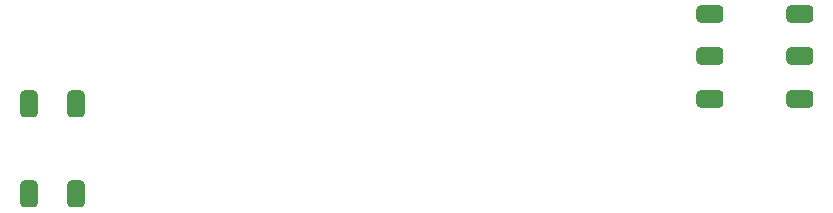
<source format=gbr>
%TF.GenerationSoftware,KiCad,Pcbnew,7.0.1-0*%
%TF.CreationDate,2023-12-26T23:08:58-03:00*%
%TF.ProjectId,rpizerow_kit_desarrollo,7270697a-6572-46f7-975f-6b69745f6465,2*%
%TF.SameCoordinates,Original*%
%TF.FileFunction,Paste,Bot*%
%TF.FilePolarity,Positive*%
%FSLAX46Y46*%
G04 Gerber Fmt 4.6, Leading zero omitted, Abs format (unit mm)*
G04 Created by KiCad (PCBNEW 7.0.1-0) date 2023-12-26 23:08:58*
%MOMM*%
%LPD*%
G01*
G04 APERTURE LIST*
G04 Aperture macros list*
%AMRoundRect*
0 Rectangle with rounded corners*
0 $1 Rounding radius*
0 $2 $3 $4 $5 $6 $7 $8 $9 X,Y pos of 4 corners*
0 Add a 4 corners polygon primitive as box body*
4,1,4,$2,$3,$4,$5,$6,$7,$8,$9,$2,$3,0*
0 Add four circle primitives for the rounded corners*
1,1,$1+$1,$2,$3*
1,1,$1+$1,$4,$5*
1,1,$1+$1,$6,$7*
1,1,$1+$1,$8,$9*
0 Add four rect primitives between the rounded corners*
20,1,$1+$1,$2,$3,$4,$5,0*
20,1,$1+$1,$4,$5,$6,$7,0*
20,1,$1+$1,$6,$7,$8,$9,0*
20,1,$1+$1,$8,$9,$2,$3,0*%
G04 Aperture macros list end*
%ADD10RoundRect,0.381000X0.381000X-0.762000X0.381000X0.762000X-0.381000X0.762000X-0.381000X-0.762000X0*%
%ADD11RoundRect,0.381000X-0.762000X-0.381000X0.762000X-0.381000X0.762000X0.381000X-0.762000X0.381000X0*%
G04 APERTURE END LIST*
D10*
%TO.C,R1*%
X45485000Y-43650000D03*
X45485000Y-51270000D03*
%TD*%
D11*
%TO.C,R5*%
X106795000Y-35960000D03*
X99175000Y-35960000D03*
%TD*%
D10*
%TO.C,R2*%
X41485000Y-43650000D03*
X41485000Y-51270000D03*
%TD*%
D11*
%TO.C,R4*%
X106795000Y-39580000D03*
X99175000Y-39580000D03*
%TD*%
%TO.C,R3*%
X106795000Y-43210000D03*
X99175000Y-43210000D03*
%TD*%
M02*

</source>
